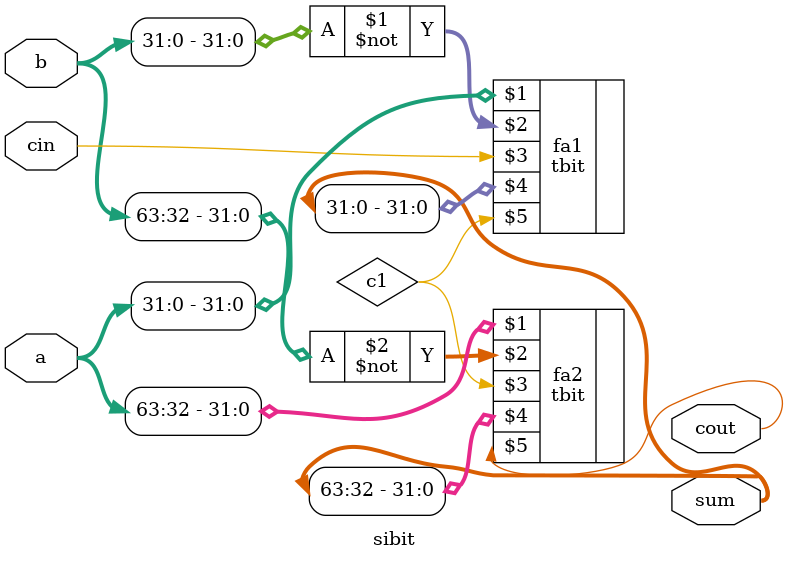
<source format=v>
`include "32bit.v"
module sibit(a,b,cin,sum,cout);
	output [63:0] sum;
	output cout;
	input [63:0] a,b;
	input cin;
	wire c1,c2,c3,c4;
	tbit fa1(a[31:0],~b[31:0],cin,sum[31:0],c1);
	tbit fa2(a[63:32],~b[63:32],c1,sum[63:32],cout);
	
endmodule
</source>
